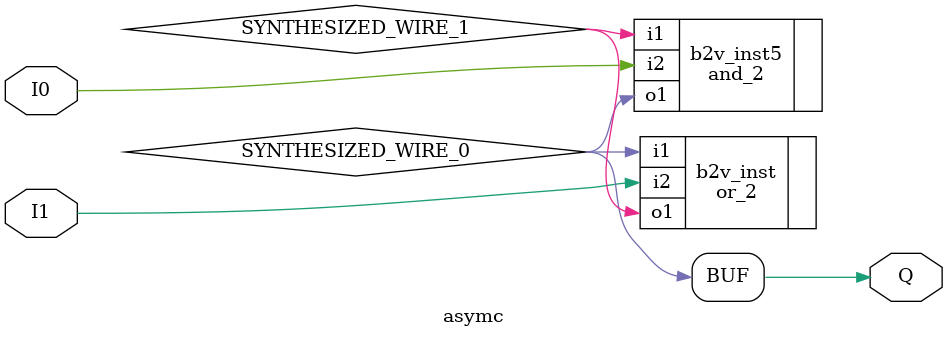
<source format=v>




module asymc(
	I0,
	I1,
	Q
);


input wire	I0;
input wire	I1;
output wire	Q;

wire	SYNTHESIZED_WIRE_0;
wire	SYNTHESIZED_WIRE_1;

assign	Q = SYNTHESIZED_WIRE_0;




or_2	b2v_inst(
	.i1(SYNTHESIZED_WIRE_0),
	.i2(I1),
	.o1(SYNTHESIZED_WIRE_1));


and_2	b2v_inst5(
	.i1(SYNTHESIZED_WIRE_1),
	.i2(I0),
	.o1(SYNTHESIZED_WIRE_0));


endmodule

</source>
